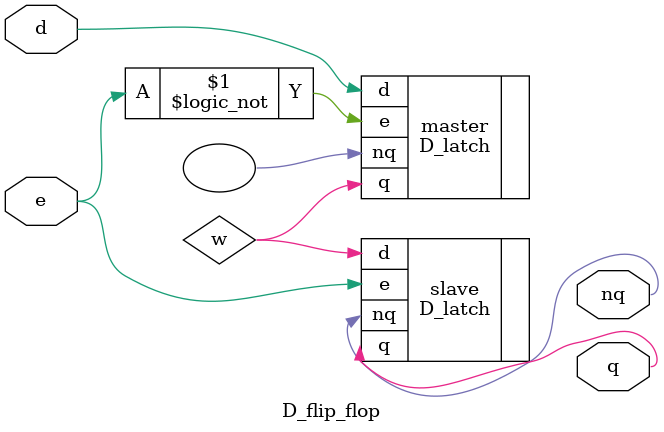
<source format=v>
module D_flip_flop(
	input wire d, input wire e,
	output wire q, output wire nq
);
	wire w;
	D_latch master(.d(d), .e(!e), .q(w), .nq());
	D_latch slave(.d(w), .e(e), .q(q), .nq(nq));
endmodule

</source>
